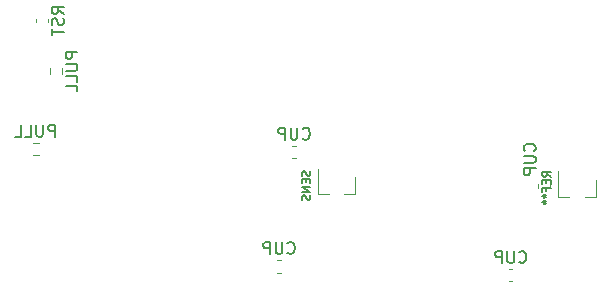
<source format=gbr>
%TF.GenerationSoftware,KiCad,Pcbnew,(7.0.0-0)*%
%TF.CreationDate,2023-02-22T23:02:48-06:00*%
%TF.ProjectId,first_keeb,66697273-745f-46b6-9565-622e6b696361,rev?*%
%TF.SameCoordinates,Original*%
%TF.FileFunction,Legend,Bot*%
%TF.FilePolarity,Positive*%
%FSLAX46Y46*%
G04 Gerber Fmt 4.6, Leading zero omitted, Abs format (unit mm)*
G04 Created by KiCad (PCBNEW (7.0.0-0)) date 2023-02-22 23:02:48*
%MOMM*%
%LPD*%
G01*
G04 APERTURE LIST*
%ADD10C,0.150000*%
%ADD11C,0.120000*%
G04 APERTURE END LIST*
D10*
%TO.C,CUP*%
X87824285Y-111622142D02*
X87871904Y-111669761D01*
X87871904Y-111669761D02*
X88014761Y-111717380D01*
X88014761Y-111717380D02*
X88109999Y-111717380D01*
X88109999Y-111717380D02*
X88252856Y-111669761D01*
X88252856Y-111669761D02*
X88348094Y-111574523D01*
X88348094Y-111574523D02*
X88395713Y-111479285D01*
X88395713Y-111479285D02*
X88443332Y-111288809D01*
X88443332Y-111288809D02*
X88443332Y-111145952D01*
X88443332Y-111145952D02*
X88395713Y-110955476D01*
X88395713Y-110955476D02*
X88348094Y-110860238D01*
X88348094Y-110860238D02*
X88252856Y-110765000D01*
X88252856Y-110765000D02*
X88109999Y-110717380D01*
X88109999Y-110717380D02*
X88014761Y-110717380D01*
X88014761Y-110717380D02*
X87871904Y-110765000D01*
X87871904Y-110765000D02*
X87824285Y-110812619D01*
X87395713Y-110717380D02*
X87395713Y-111526904D01*
X87395713Y-111526904D02*
X87348094Y-111622142D01*
X87348094Y-111622142D02*
X87300475Y-111669761D01*
X87300475Y-111669761D02*
X87205237Y-111717380D01*
X87205237Y-111717380D02*
X87014761Y-111717380D01*
X87014761Y-111717380D02*
X86919523Y-111669761D01*
X86919523Y-111669761D02*
X86871904Y-111622142D01*
X86871904Y-111622142D02*
X86824285Y-111526904D01*
X86824285Y-111526904D02*
X86824285Y-110717380D01*
X86348094Y-111717380D02*
X86348094Y-110717380D01*
X86348094Y-110717380D02*
X85967142Y-110717380D01*
X85967142Y-110717380D02*
X85871904Y-110765000D01*
X85871904Y-110765000D02*
X85824285Y-110812619D01*
X85824285Y-110812619D02*
X85776666Y-110907857D01*
X85776666Y-110907857D02*
X85776666Y-111050714D01*
X85776666Y-111050714D02*
X85824285Y-111145952D01*
X85824285Y-111145952D02*
X85871904Y-111193571D01*
X85871904Y-111193571D02*
X85967142Y-111241190D01*
X85967142Y-111241190D02*
X86348094Y-111241190D01*
X89122142Y-102245714D02*
X89169761Y-102198095D01*
X89169761Y-102198095D02*
X89217380Y-102055238D01*
X89217380Y-102055238D02*
X89217380Y-101960000D01*
X89217380Y-101960000D02*
X89169761Y-101817143D01*
X89169761Y-101817143D02*
X89074523Y-101721905D01*
X89074523Y-101721905D02*
X88979285Y-101674286D01*
X88979285Y-101674286D02*
X88788809Y-101626667D01*
X88788809Y-101626667D02*
X88645952Y-101626667D01*
X88645952Y-101626667D02*
X88455476Y-101674286D01*
X88455476Y-101674286D02*
X88360238Y-101721905D01*
X88360238Y-101721905D02*
X88265000Y-101817143D01*
X88265000Y-101817143D02*
X88217380Y-101960000D01*
X88217380Y-101960000D02*
X88217380Y-102055238D01*
X88217380Y-102055238D02*
X88265000Y-102198095D01*
X88265000Y-102198095D02*
X88312619Y-102245714D01*
X88217380Y-102674286D02*
X89026904Y-102674286D01*
X89026904Y-102674286D02*
X89122142Y-102721905D01*
X89122142Y-102721905D02*
X89169761Y-102769524D01*
X89169761Y-102769524D02*
X89217380Y-102864762D01*
X89217380Y-102864762D02*
X89217380Y-103055238D01*
X89217380Y-103055238D02*
X89169761Y-103150476D01*
X89169761Y-103150476D02*
X89122142Y-103198095D01*
X89122142Y-103198095D02*
X89026904Y-103245714D01*
X89026904Y-103245714D02*
X88217380Y-103245714D01*
X89217380Y-103721905D02*
X88217380Y-103721905D01*
X88217380Y-103721905D02*
X88217380Y-104102857D01*
X88217380Y-104102857D02*
X88265000Y-104198095D01*
X88265000Y-104198095D02*
X88312619Y-104245714D01*
X88312619Y-104245714D02*
X88407857Y-104293333D01*
X88407857Y-104293333D02*
X88550714Y-104293333D01*
X88550714Y-104293333D02*
X88645952Y-104245714D01*
X88645952Y-104245714D02*
X88693571Y-104198095D01*
X88693571Y-104198095D02*
X88741190Y-104102857D01*
X88741190Y-104102857D02*
X88741190Y-103721905D01*
%TO.C,SENS*%
X70093833Y-103953333D02*
X70127166Y-104053333D01*
X70127166Y-104053333D02*
X70127166Y-104220000D01*
X70127166Y-104220000D02*
X70093833Y-104286666D01*
X70093833Y-104286666D02*
X70060500Y-104320000D01*
X70060500Y-104320000D02*
X69993833Y-104353333D01*
X69993833Y-104353333D02*
X69927166Y-104353333D01*
X69927166Y-104353333D02*
X69860500Y-104320000D01*
X69860500Y-104320000D02*
X69827166Y-104286666D01*
X69827166Y-104286666D02*
X69793833Y-104220000D01*
X69793833Y-104220000D02*
X69760500Y-104086666D01*
X69760500Y-104086666D02*
X69727166Y-104020000D01*
X69727166Y-104020000D02*
X69693833Y-103986666D01*
X69693833Y-103986666D02*
X69627166Y-103953333D01*
X69627166Y-103953333D02*
X69560500Y-103953333D01*
X69560500Y-103953333D02*
X69493833Y-103986666D01*
X69493833Y-103986666D02*
X69460500Y-104020000D01*
X69460500Y-104020000D02*
X69427166Y-104086666D01*
X69427166Y-104086666D02*
X69427166Y-104253333D01*
X69427166Y-104253333D02*
X69460500Y-104353333D01*
X69760500Y-104653333D02*
X69760500Y-104886667D01*
X70127166Y-104986667D02*
X70127166Y-104653333D01*
X70127166Y-104653333D02*
X69427166Y-104653333D01*
X69427166Y-104653333D02*
X69427166Y-104986667D01*
X70127166Y-105286666D02*
X69427166Y-105286666D01*
X69427166Y-105286666D02*
X70127166Y-105686666D01*
X70127166Y-105686666D02*
X69427166Y-105686666D01*
X70093833Y-105986666D02*
X70127166Y-106086666D01*
X70127166Y-106086666D02*
X70127166Y-106253333D01*
X70127166Y-106253333D02*
X70093833Y-106319999D01*
X70093833Y-106319999D02*
X70060500Y-106353333D01*
X70060500Y-106353333D02*
X69993833Y-106386666D01*
X69993833Y-106386666D02*
X69927166Y-106386666D01*
X69927166Y-106386666D02*
X69860500Y-106353333D01*
X69860500Y-106353333D02*
X69827166Y-106319999D01*
X69827166Y-106319999D02*
X69793833Y-106253333D01*
X69793833Y-106253333D02*
X69760500Y-106119999D01*
X69760500Y-106119999D02*
X69727166Y-106053333D01*
X69727166Y-106053333D02*
X69693833Y-106019999D01*
X69693833Y-106019999D02*
X69627166Y-105986666D01*
X69627166Y-105986666D02*
X69560500Y-105986666D01*
X69560500Y-105986666D02*
X69493833Y-106019999D01*
X69493833Y-106019999D02*
X69460500Y-106053333D01*
X69460500Y-106053333D02*
X69427166Y-106119999D01*
X69427166Y-106119999D02*
X69427166Y-106286666D01*
X69427166Y-106286666D02*
X69460500Y-106386666D01*
%TO.C,RST*%
X49247380Y-90642380D02*
X48771190Y-90309047D01*
X49247380Y-90070952D02*
X48247380Y-90070952D01*
X48247380Y-90070952D02*
X48247380Y-90451904D01*
X48247380Y-90451904D02*
X48295000Y-90547142D01*
X48295000Y-90547142D02*
X48342619Y-90594761D01*
X48342619Y-90594761D02*
X48437857Y-90642380D01*
X48437857Y-90642380D02*
X48580714Y-90642380D01*
X48580714Y-90642380D02*
X48675952Y-90594761D01*
X48675952Y-90594761D02*
X48723571Y-90547142D01*
X48723571Y-90547142D02*
X48771190Y-90451904D01*
X48771190Y-90451904D02*
X48771190Y-90070952D01*
X49199761Y-91023333D02*
X49247380Y-91166190D01*
X49247380Y-91166190D02*
X49247380Y-91404285D01*
X49247380Y-91404285D02*
X49199761Y-91499523D01*
X49199761Y-91499523D02*
X49152142Y-91547142D01*
X49152142Y-91547142D02*
X49056904Y-91594761D01*
X49056904Y-91594761D02*
X48961666Y-91594761D01*
X48961666Y-91594761D02*
X48866428Y-91547142D01*
X48866428Y-91547142D02*
X48818809Y-91499523D01*
X48818809Y-91499523D02*
X48771190Y-91404285D01*
X48771190Y-91404285D02*
X48723571Y-91213809D01*
X48723571Y-91213809D02*
X48675952Y-91118571D01*
X48675952Y-91118571D02*
X48628333Y-91070952D01*
X48628333Y-91070952D02*
X48533095Y-91023333D01*
X48533095Y-91023333D02*
X48437857Y-91023333D01*
X48437857Y-91023333D02*
X48342619Y-91070952D01*
X48342619Y-91070952D02*
X48295000Y-91118571D01*
X48295000Y-91118571D02*
X48247380Y-91213809D01*
X48247380Y-91213809D02*
X48247380Y-91451904D01*
X48247380Y-91451904D02*
X48295000Y-91594761D01*
X48247380Y-91880476D02*
X48247380Y-92451904D01*
X49247380Y-92166190D02*
X48247380Y-92166190D01*
%TO.C,PULL*%
X48510237Y-101037380D02*
X48510237Y-100037380D01*
X48510237Y-100037380D02*
X48129285Y-100037380D01*
X48129285Y-100037380D02*
X48034047Y-100085000D01*
X48034047Y-100085000D02*
X47986428Y-100132619D01*
X47986428Y-100132619D02*
X47938809Y-100227857D01*
X47938809Y-100227857D02*
X47938809Y-100370714D01*
X47938809Y-100370714D02*
X47986428Y-100465952D01*
X47986428Y-100465952D02*
X48034047Y-100513571D01*
X48034047Y-100513571D02*
X48129285Y-100561190D01*
X48129285Y-100561190D02*
X48510237Y-100561190D01*
X47510237Y-100037380D02*
X47510237Y-100846904D01*
X47510237Y-100846904D02*
X47462618Y-100942142D01*
X47462618Y-100942142D02*
X47414999Y-100989761D01*
X47414999Y-100989761D02*
X47319761Y-101037380D01*
X47319761Y-101037380D02*
X47129285Y-101037380D01*
X47129285Y-101037380D02*
X47034047Y-100989761D01*
X47034047Y-100989761D02*
X46986428Y-100942142D01*
X46986428Y-100942142D02*
X46938809Y-100846904D01*
X46938809Y-100846904D02*
X46938809Y-100037380D01*
X45986428Y-101037380D02*
X46462618Y-101037380D01*
X46462618Y-101037380D02*
X46462618Y-100037380D01*
X45176904Y-101037380D02*
X45653094Y-101037380D01*
X45653094Y-101037380D02*
X45653094Y-100037380D01*
%TO.C,CUP*%
X69484285Y-101182142D02*
X69531904Y-101229761D01*
X69531904Y-101229761D02*
X69674761Y-101277380D01*
X69674761Y-101277380D02*
X69769999Y-101277380D01*
X69769999Y-101277380D02*
X69912856Y-101229761D01*
X69912856Y-101229761D02*
X70008094Y-101134523D01*
X70008094Y-101134523D02*
X70055713Y-101039285D01*
X70055713Y-101039285D02*
X70103332Y-100848809D01*
X70103332Y-100848809D02*
X70103332Y-100705952D01*
X70103332Y-100705952D02*
X70055713Y-100515476D01*
X70055713Y-100515476D02*
X70008094Y-100420238D01*
X70008094Y-100420238D02*
X69912856Y-100325000D01*
X69912856Y-100325000D02*
X69769999Y-100277380D01*
X69769999Y-100277380D02*
X69674761Y-100277380D01*
X69674761Y-100277380D02*
X69531904Y-100325000D01*
X69531904Y-100325000D02*
X69484285Y-100372619D01*
X69055713Y-100277380D02*
X69055713Y-101086904D01*
X69055713Y-101086904D02*
X69008094Y-101182142D01*
X69008094Y-101182142D02*
X68960475Y-101229761D01*
X68960475Y-101229761D02*
X68865237Y-101277380D01*
X68865237Y-101277380D02*
X68674761Y-101277380D01*
X68674761Y-101277380D02*
X68579523Y-101229761D01*
X68579523Y-101229761D02*
X68531904Y-101182142D01*
X68531904Y-101182142D02*
X68484285Y-101086904D01*
X68484285Y-101086904D02*
X68484285Y-100277380D01*
X68008094Y-101277380D02*
X68008094Y-100277380D01*
X68008094Y-100277380D02*
X67627142Y-100277380D01*
X67627142Y-100277380D02*
X67531904Y-100325000D01*
X67531904Y-100325000D02*
X67484285Y-100372619D01*
X67484285Y-100372619D02*
X67436666Y-100467857D01*
X67436666Y-100467857D02*
X67436666Y-100610714D01*
X67436666Y-100610714D02*
X67484285Y-100705952D01*
X67484285Y-100705952D02*
X67531904Y-100753571D01*
X67531904Y-100753571D02*
X67627142Y-100801190D01*
X67627142Y-100801190D02*
X68008094Y-100801190D01*
%TO.C,PULL*%
X50427380Y-93874762D02*
X49427380Y-93874762D01*
X49427380Y-93874762D02*
X49427380Y-94255714D01*
X49427380Y-94255714D02*
X49475000Y-94350952D01*
X49475000Y-94350952D02*
X49522619Y-94398571D01*
X49522619Y-94398571D02*
X49617857Y-94446190D01*
X49617857Y-94446190D02*
X49760714Y-94446190D01*
X49760714Y-94446190D02*
X49855952Y-94398571D01*
X49855952Y-94398571D02*
X49903571Y-94350952D01*
X49903571Y-94350952D02*
X49951190Y-94255714D01*
X49951190Y-94255714D02*
X49951190Y-93874762D01*
X49427380Y-94874762D02*
X50236904Y-94874762D01*
X50236904Y-94874762D02*
X50332142Y-94922381D01*
X50332142Y-94922381D02*
X50379761Y-94970000D01*
X50379761Y-94970000D02*
X50427380Y-95065238D01*
X50427380Y-95065238D02*
X50427380Y-95255714D01*
X50427380Y-95255714D02*
X50379761Y-95350952D01*
X50379761Y-95350952D02*
X50332142Y-95398571D01*
X50332142Y-95398571D02*
X50236904Y-95446190D01*
X50236904Y-95446190D02*
X49427380Y-95446190D01*
X50427380Y-96398571D02*
X50427380Y-95922381D01*
X50427380Y-95922381D02*
X49427380Y-95922381D01*
X50427380Y-97208095D02*
X50427380Y-96731905D01*
X50427380Y-96731905D02*
X49427380Y-96731905D01*
%TO.C,REF\u002A\u002A*%
X90487166Y-104436667D02*
X90153833Y-104203334D01*
X90487166Y-104036667D02*
X89787166Y-104036667D01*
X89787166Y-104036667D02*
X89787166Y-104303334D01*
X89787166Y-104303334D02*
X89820500Y-104370001D01*
X89820500Y-104370001D02*
X89853833Y-104403334D01*
X89853833Y-104403334D02*
X89920500Y-104436667D01*
X89920500Y-104436667D02*
X90020500Y-104436667D01*
X90020500Y-104436667D02*
X90087166Y-104403334D01*
X90087166Y-104403334D02*
X90120500Y-104370001D01*
X90120500Y-104370001D02*
X90153833Y-104303334D01*
X90153833Y-104303334D02*
X90153833Y-104036667D01*
X90120500Y-104736667D02*
X90120500Y-104970001D01*
X90487166Y-105070001D02*
X90487166Y-104736667D01*
X90487166Y-104736667D02*
X89787166Y-104736667D01*
X89787166Y-104736667D02*
X89787166Y-105070001D01*
X90120500Y-105603334D02*
X90120500Y-105370000D01*
X90487166Y-105370000D02*
X89787166Y-105370000D01*
X89787166Y-105370000D02*
X89787166Y-105703334D01*
X89787166Y-106070000D02*
X89953833Y-106070000D01*
X89887166Y-105903334D02*
X89953833Y-106070000D01*
X89953833Y-106070000D02*
X89887166Y-106236667D01*
X90087166Y-105970000D02*
X89953833Y-106070000D01*
X89953833Y-106070000D02*
X90087166Y-106170000D01*
X89787166Y-106603333D02*
X89953833Y-106603333D01*
X89887166Y-106436667D02*
X89953833Y-106603333D01*
X89953833Y-106603333D02*
X89887166Y-106770000D01*
X90087166Y-106503333D02*
X89953833Y-106603333D01*
X89953833Y-106603333D02*
X90087166Y-106703333D01*
%TO.C,CUP*%
X68209285Y-110872142D02*
X68256904Y-110919761D01*
X68256904Y-110919761D02*
X68399761Y-110967380D01*
X68399761Y-110967380D02*
X68494999Y-110967380D01*
X68494999Y-110967380D02*
X68637856Y-110919761D01*
X68637856Y-110919761D02*
X68733094Y-110824523D01*
X68733094Y-110824523D02*
X68780713Y-110729285D01*
X68780713Y-110729285D02*
X68828332Y-110538809D01*
X68828332Y-110538809D02*
X68828332Y-110395952D01*
X68828332Y-110395952D02*
X68780713Y-110205476D01*
X68780713Y-110205476D02*
X68733094Y-110110238D01*
X68733094Y-110110238D02*
X68637856Y-110015000D01*
X68637856Y-110015000D02*
X68494999Y-109967380D01*
X68494999Y-109967380D02*
X68399761Y-109967380D01*
X68399761Y-109967380D02*
X68256904Y-110015000D01*
X68256904Y-110015000D02*
X68209285Y-110062619D01*
X67780713Y-109967380D02*
X67780713Y-110776904D01*
X67780713Y-110776904D02*
X67733094Y-110872142D01*
X67733094Y-110872142D02*
X67685475Y-110919761D01*
X67685475Y-110919761D02*
X67590237Y-110967380D01*
X67590237Y-110967380D02*
X67399761Y-110967380D01*
X67399761Y-110967380D02*
X67304523Y-110919761D01*
X67304523Y-110919761D02*
X67256904Y-110872142D01*
X67256904Y-110872142D02*
X67209285Y-110776904D01*
X67209285Y-110776904D02*
X67209285Y-109967380D01*
X66733094Y-110967380D02*
X66733094Y-109967380D01*
X66733094Y-109967380D02*
X66352142Y-109967380D01*
X66352142Y-109967380D02*
X66256904Y-110015000D01*
X66256904Y-110015000D02*
X66209285Y-110062619D01*
X66209285Y-110062619D02*
X66161666Y-110157857D01*
X66161666Y-110157857D02*
X66161666Y-110300714D01*
X66161666Y-110300714D02*
X66209285Y-110395952D01*
X66209285Y-110395952D02*
X66256904Y-110443571D01*
X66256904Y-110443571D02*
X66352142Y-110491190D01*
X66352142Y-110491190D02*
X66733094Y-110491190D01*
D11*
X87250580Y-113290000D02*
X86969420Y-113290000D01*
X87250580Y-112270000D02*
X86969420Y-112270000D01*
X90400000Y-105079420D02*
X90400000Y-105360580D01*
X89380000Y-105079420D02*
X89380000Y-105360580D01*
%TO.C,SENS*%
X73950000Y-105930000D02*
X73950000Y-104470000D01*
X73950000Y-105930000D02*
X73020000Y-105930000D01*
X70790000Y-105930000D02*
X70790000Y-103770000D01*
X70790000Y-105930000D02*
X71720000Y-105930000D01*
%TO.C,RST*%
X46940000Y-91330580D02*
X46940000Y-91049420D01*
X47960000Y-91330580D02*
X47960000Y-91049420D01*
%TO.C,PULL*%
X47152258Y-102622500D02*
X46677742Y-102622500D01*
X47152258Y-101577500D02*
X46677742Y-101577500D01*
%TO.C,CUP*%
X68910580Y-102850000D02*
X68629420Y-102850000D01*
X68910580Y-101830000D02*
X68629420Y-101830000D01*
%TO.C,PULL*%
X48107500Y-95707258D02*
X48107500Y-95232742D01*
X49152500Y-95707258D02*
X49152500Y-95232742D01*
%TO.C,REF\u002A\u002A*%
X94310000Y-106130000D02*
X94310000Y-104670000D01*
X94310000Y-106130000D02*
X93380000Y-106130000D01*
X91150000Y-106130000D02*
X91150000Y-103970000D01*
X91150000Y-106130000D02*
X92080000Y-106130000D01*
%TO.C,CUP*%
X67635580Y-112540000D02*
X67354420Y-112540000D01*
X67635580Y-111520000D02*
X67354420Y-111520000D01*
%TD*%
M02*

</source>
